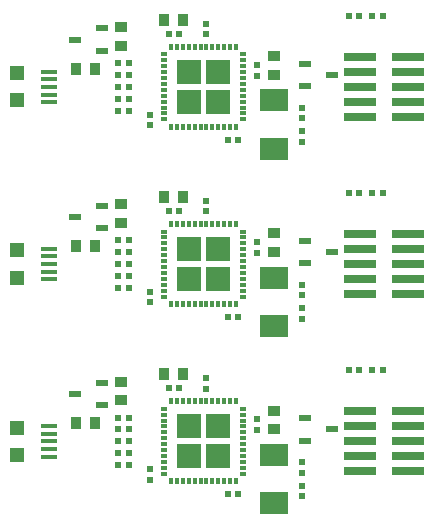
<source format=gtp>
G04 #@! TF.FileFunction,Paste,Top*
%FSLAX46Y46*%
G04 Gerber Fmt 4.6, Leading zero omitted, Abs format (unit mm)*
G04 Created by KiCad (PCBNEW 0.201512311516+6410~40~ubuntu14.04.1-stable) date Sun 03 Jan 2016 05:14:07 GMT*
%MOMM*%
G01*
G04 APERTURE LIST*
%ADD10C,0.100000*%
%ADD11R,0.950000X1.000000*%
%ADD12R,0.550000X0.300000*%
%ADD13R,0.300000X0.550000*%
%ADD14R,2.002000X2.002000*%
%ADD15R,1.000000X0.950000*%
%ADD16R,0.620000X0.620000*%
%ADD17R,1.000000X0.600000*%
%ADD18R,1.350000X0.400000*%
%ADD19R,1.200000X1.200000*%
%ADD20R,2.400000X1.900000*%
%ADD21R,2.790000X0.740000*%
G04 APERTURE END LIST*
D10*
D11*
X121550000Y-79800000D03*
X119950000Y-79800000D03*
D12*
X126625000Y-88250000D03*
X126625000Y-87750000D03*
X126625000Y-87250000D03*
X126625000Y-86750000D03*
X126625000Y-86250000D03*
X126625000Y-85750000D03*
X126625000Y-85250000D03*
X126625000Y-84750000D03*
X126625000Y-84250000D03*
X126625000Y-83750000D03*
X126625000Y-83250000D03*
X126625000Y-82750000D03*
D13*
X126000000Y-82125000D03*
X125500000Y-82125000D03*
X125000000Y-82125000D03*
X124500000Y-82125000D03*
X124000000Y-82125000D03*
X123500000Y-82125000D03*
X123000000Y-82125000D03*
X122500000Y-82125000D03*
X122000000Y-82125000D03*
X121500000Y-82125000D03*
X121000000Y-82125000D03*
X120500000Y-82125000D03*
D12*
X119875000Y-82750000D03*
X119875000Y-83250000D03*
X119875000Y-83750000D03*
X119875000Y-84250000D03*
X119875000Y-84750000D03*
X119875000Y-85250000D03*
X119875000Y-85750000D03*
X119875000Y-86250000D03*
X119875000Y-86750000D03*
X119875000Y-87250000D03*
X119875000Y-87750000D03*
X119875000Y-88250000D03*
D13*
X120500000Y-88875000D03*
X121000000Y-88875000D03*
X121500000Y-88875000D03*
X122000000Y-88875000D03*
X122500000Y-88875000D03*
X123000000Y-88875000D03*
X123500000Y-88875000D03*
X124000000Y-88875000D03*
X124500000Y-88875000D03*
X125000000Y-88875000D03*
X125500000Y-88875000D03*
X126000000Y-88875000D03*
D14*
X124500000Y-86750000D03*
X124500000Y-84250000D03*
X122000000Y-86750000D03*
X122000000Y-84250000D03*
D15*
X129250000Y-84500000D03*
X129250000Y-82900000D03*
D16*
X121200000Y-81000000D03*
X120300000Y-81000000D03*
X125300000Y-90000000D03*
X126200000Y-90000000D03*
X118750000Y-87850000D03*
X118750000Y-88750000D03*
X127800000Y-84550000D03*
X127800000Y-83650000D03*
X131600000Y-89250000D03*
X131600000Y-90150000D03*
X123500000Y-80150000D03*
X123500000Y-81050000D03*
X131600000Y-88150000D03*
X131600000Y-87250000D03*
D11*
X114050000Y-84000000D03*
X112450000Y-84000000D03*
D17*
X114650000Y-82450000D03*
X114650000Y-80550000D03*
X112350000Y-81500000D03*
D18*
X110175000Y-84200000D03*
X110175000Y-84850000D03*
X110175000Y-85500000D03*
X110175000Y-86150000D03*
X110175000Y-86800000D03*
D19*
X107500000Y-84350000D03*
X107500000Y-86650000D03*
D17*
X131850000Y-83550000D03*
X131850000Y-85450000D03*
X134150000Y-84500000D03*
D16*
X116950000Y-84500000D03*
X116050000Y-84500000D03*
X116050000Y-83500000D03*
X116950000Y-83500000D03*
X116950000Y-87500000D03*
X116050000Y-87500000D03*
X116950000Y-85500000D03*
X116050000Y-85500000D03*
X116950000Y-86500000D03*
X116050000Y-86500000D03*
X137550000Y-79500000D03*
X138450000Y-79500000D03*
X135550000Y-79500000D03*
X136450000Y-79500000D03*
D20*
X129250000Y-90750000D03*
X129250000Y-86650000D03*
D15*
X116250000Y-82050000D03*
X116250000Y-80450000D03*
D21*
X136465000Y-82960000D03*
X140535000Y-82960000D03*
X136465000Y-84230000D03*
X140535000Y-84230000D03*
X136465000Y-85500000D03*
X140535000Y-85500000D03*
X136465000Y-86770000D03*
X140535000Y-86770000D03*
X136465000Y-88040000D03*
X140535000Y-88040000D03*
D11*
X121550000Y-94800000D03*
X119950000Y-94800000D03*
D12*
X126625000Y-103250000D03*
X126625000Y-102750000D03*
X126625000Y-102250000D03*
X126625000Y-101750000D03*
X126625000Y-101250000D03*
X126625000Y-100750000D03*
X126625000Y-100250000D03*
X126625000Y-99750000D03*
X126625000Y-99250000D03*
X126625000Y-98750000D03*
X126625000Y-98250000D03*
X126625000Y-97750000D03*
D13*
X126000000Y-97125000D03*
X125500000Y-97125000D03*
X125000000Y-97125000D03*
X124500000Y-97125000D03*
X124000000Y-97125000D03*
X123500000Y-97125000D03*
X123000000Y-97125000D03*
X122500000Y-97125000D03*
X122000000Y-97125000D03*
X121500000Y-97125000D03*
X121000000Y-97125000D03*
X120500000Y-97125000D03*
D12*
X119875000Y-97750000D03*
X119875000Y-98250000D03*
X119875000Y-98750000D03*
X119875000Y-99250000D03*
X119875000Y-99750000D03*
X119875000Y-100250000D03*
X119875000Y-100750000D03*
X119875000Y-101250000D03*
X119875000Y-101750000D03*
X119875000Y-102250000D03*
X119875000Y-102750000D03*
X119875000Y-103250000D03*
D13*
X120500000Y-103875000D03*
X121000000Y-103875000D03*
X121500000Y-103875000D03*
X122000000Y-103875000D03*
X122500000Y-103875000D03*
X123000000Y-103875000D03*
X123500000Y-103875000D03*
X124000000Y-103875000D03*
X124500000Y-103875000D03*
X125000000Y-103875000D03*
X125500000Y-103875000D03*
X126000000Y-103875000D03*
D14*
X124500000Y-101750000D03*
X124500000Y-99250000D03*
X122000000Y-101750000D03*
X122000000Y-99250000D03*
D15*
X129250000Y-99500000D03*
X129250000Y-97900000D03*
D16*
X121200000Y-96000000D03*
X120300000Y-96000000D03*
X125300000Y-105000000D03*
X126200000Y-105000000D03*
X118750000Y-102850000D03*
X118750000Y-103750000D03*
X127800000Y-99550000D03*
X127800000Y-98650000D03*
X131600000Y-104250000D03*
X131600000Y-105150000D03*
X123500000Y-95150000D03*
X123500000Y-96050000D03*
X131600000Y-103150000D03*
X131600000Y-102250000D03*
D11*
X114050000Y-99000000D03*
X112450000Y-99000000D03*
D17*
X114650000Y-97450000D03*
X114650000Y-95550000D03*
X112350000Y-96500000D03*
D18*
X110175000Y-99200000D03*
X110175000Y-99850000D03*
X110175000Y-100500000D03*
X110175000Y-101150000D03*
X110175000Y-101800000D03*
D19*
X107500000Y-99350000D03*
X107500000Y-101650000D03*
D17*
X131850000Y-98550000D03*
X131850000Y-100450000D03*
X134150000Y-99500000D03*
D16*
X116950000Y-99500000D03*
X116050000Y-99500000D03*
X116050000Y-98500000D03*
X116950000Y-98500000D03*
X116950000Y-102500000D03*
X116050000Y-102500000D03*
X116950000Y-100500000D03*
X116050000Y-100500000D03*
X116950000Y-101500000D03*
X116050000Y-101500000D03*
X137550000Y-94500000D03*
X138450000Y-94500000D03*
X135550000Y-94500000D03*
X136450000Y-94500000D03*
D20*
X129250000Y-105750000D03*
X129250000Y-101650000D03*
D15*
X116250000Y-97050000D03*
X116250000Y-95450000D03*
D21*
X136465000Y-97960000D03*
X140535000Y-97960000D03*
X136465000Y-99230000D03*
X140535000Y-99230000D03*
X136465000Y-100500000D03*
X140535000Y-100500000D03*
X136465000Y-101770000D03*
X140535000Y-101770000D03*
X136465000Y-103040000D03*
X140535000Y-103040000D03*
D11*
X121550000Y-109800000D03*
X119950000Y-109800000D03*
D12*
X126625000Y-118250000D03*
X126625000Y-117750000D03*
X126625000Y-117250000D03*
X126625000Y-116750000D03*
X126625000Y-116250000D03*
X126625000Y-115750000D03*
X126625000Y-115250000D03*
X126625000Y-114750000D03*
X126625000Y-114250000D03*
X126625000Y-113750000D03*
X126625000Y-113250000D03*
X126625000Y-112750000D03*
D13*
X126000000Y-112125000D03*
X125500000Y-112125000D03*
X125000000Y-112125000D03*
X124500000Y-112125000D03*
X124000000Y-112125000D03*
X123500000Y-112125000D03*
X123000000Y-112125000D03*
X122500000Y-112125000D03*
X122000000Y-112125000D03*
X121500000Y-112125000D03*
X121000000Y-112125000D03*
X120500000Y-112125000D03*
D12*
X119875000Y-112750000D03*
X119875000Y-113250000D03*
X119875000Y-113750000D03*
X119875000Y-114250000D03*
X119875000Y-114750000D03*
X119875000Y-115250000D03*
X119875000Y-115750000D03*
X119875000Y-116250000D03*
X119875000Y-116750000D03*
X119875000Y-117250000D03*
X119875000Y-117750000D03*
X119875000Y-118250000D03*
D13*
X120500000Y-118875000D03*
X121000000Y-118875000D03*
X121500000Y-118875000D03*
X122000000Y-118875000D03*
X122500000Y-118875000D03*
X123000000Y-118875000D03*
X123500000Y-118875000D03*
X124000000Y-118875000D03*
X124500000Y-118875000D03*
X125000000Y-118875000D03*
X125500000Y-118875000D03*
X126000000Y-118875000D03*
D14*
X124500000Y-116750000D03*
X124500000Y-114250000D03*
X122000000Y-116750000D03*
X122000000Y-114250000D03*
D15*
X129250000Y-114500000D03*
X129250000Y-112900000D03*
D16*
X121200000Y-111000000D03*
X120300000Y-111000000D03*
X125300000Y-120000000D03*
X126200000Y-120000000D03*
X118750000Y-117850000D03*
X118750000Y-118750000D03*
X127800000Y-114550000D03*
X127800000Y-113650000D03*
X131600000Y-119250000D03*
X131600000Y-120150000D03*
X123500000Y-110150000D03*
X123500000Y-111050000D03*
X131600000Y-118150000D03*
X131600000Y-117250000D03*
D11*
X114050000Y-114000000D03*
X112450000Y-114000000D03*
D17*
X114650000Y-112450000D03*
X114650000Y-110550000D03*
X112350000Y-111500000D03*
D18*
X110175000Y-114200000D03*
X110175000Y-114850000D03*
X110175000Y-115500000D03*
X110175000Y-116150000D03*
X110175000Y-116800000D03*
D19*
X107500000Y-114350000D03*
X107500000Y-116650000D03*
D17*
X131850000Y-113550000D03*
X131850000Y-115450000D03*
X134150000Y-114500000D03*
D16*
X116950000Y-114500000D03*
X116050000Y-114500000D03*
X116050000Y-113500000D03*
X116950000Y-113500000D03*
X116950000Y-117500000D03*
X116050000Y-117500000D03*
X116950000Y-115500000D03*
X116050000Y-115500000D03*
X116950000Y-116500000D03*
X116050000Y-116500000D03*
X137550000Y-109500000D03*
X138450000Y-109500000D03*
X135550000Y-109500000D03*
X136450000Y-109500000D03*
D20*
X129250000Y-120750000D03*
X129250000Y-116650000D03*
D15*
X116250000Y-112050000D03*
X116250000Y-110450000D03*
D21*
X136465000Y-112960000D03*
X140535000Y-112960000D03*
X136465000Y-114230000D03*
X140535000Y-114230000D03*
X136465000Y-115500000D03*
X140535000Y-115500000D03*
X136465000Y-116770000D03*
X140535000Y-116770000D03*
X136465000Y-118040000D03*
X140535000Y-118040000D03*
M02*

</source>
